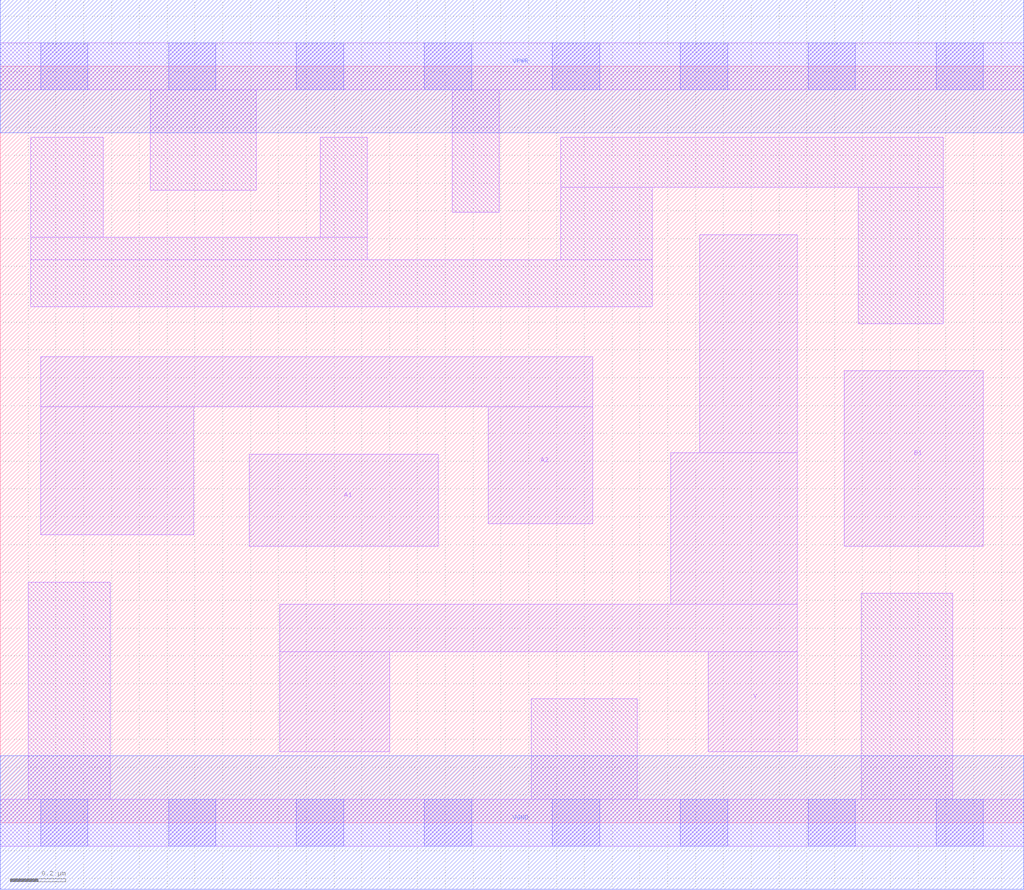
<source format=lef>
# Copyright 2020 The SkyWater PDK Authors
#
# Licensed under the Apache License, Version 2.0 (the "License");
# you may not use this file except in compliance with the License.
# You may obtain a copy of the License at
#
#     https://www.apache.org/licenses/LICENSE-2.0
#
# Unless required by applicable law or agreed to in writing, software
# distributed under the License is distributed on an "AS IS" BASIS,
# WITHOUT WARRANTIES OR CONDITIONS OF ANY KIND, either express or implied.
# See the License for the specific language governing permissions and
# limitations under the License.
#
# SPDX-License-Identifier: Apache-2.0

VERSION 5.7 ;
  NAMESCASESENSITIVE ON ;
  NOWIREEXTENSIONATPIN ON ;
  DIVIDERCHAR "/" ;
  BUSBITCHARS "[]" ;
UNITS
  DATABASE MICRONS 200 ;
END UNITS
PROPERTYDEFINITIONS
  MACRO maskLayoutSubType STRING ;
  MACRO prCellType STRING ;
  MACRO originalViewName STRING ;
END PROPERTYDEFINITIONS
MACRO sky130_fd_sc_hdll__a21oi_2
  CLASS CORE ;
  FOREIGN sky130_fd_sc_hdll__a21oi_2 ;
  ORIGIN  0.000000  0.000000 ;
  SIZE  3.680000 BY  2.720000 ;
  SYMMETRY X Y R90 ;
  SITE unithd ;
  PIN A1
    ANTENNAGATEAREA  0.555000 ;
    DIRECTION INPUT ;
    USE SIGNAL ;
    PORT
      LAYER li1 ;
        RECT 0.895000 0.995000 1.575000 1.325000 ;
    END
  END A1
  PIN A2
    ANTENNAGATEAREA  0.555000 ;
    DIRECTION INPUT ;
    USE SIGNAL ;
    PORT
      LAYER li1 ;
        RECT 0.145000 1.035000 0.695000 1.495000 ;
        RECT 0.145000 1.495000 2.130000 1.675000 ;
        RECT 1.755000 1.075000 2.130000 1.495000 ;
    END
  END A2
  PIN B1
    ANTENNAGATEAREA  0.555000 ;
    DIRECTION INPUT ;
    USE SIGNAL ;
    PORT
      LAYER li1 ;
        RECT 3.035000 0.995000 3.535000 1.625000 ;
    END
  END B1
  PIN Y
    ANTENNADIFFAREA  0.745000 ;
    DIRECTION OUTPUT ;
    USE SIGNAL ;
    PORT
      LAYER li1 ;
        RECT 1.005000 0.255000 1.400000 0.615000 ;
        RECT 1.005000 0.615000 2.865000 0.785000 ;
        RECT 2.410000 0.785000 2.865000 1.330000 ;
        RECT 2.515000 1.330000 2.865000 2.115000 ;
        RECT 2.545000 0.255000 2.865000 0.615000 ;
    END
  END Y
  PIN VGND
    DIRECTION INOUT ;
    USE GROUND ;
    PORT
      LAYER met1 ;
        RECT 0.000000 -0.240000 3.680000 0.240000 ;
    END
  END VGND
  PIN VPWR
    DIRECTION INOUT ;
    USE POWER ;
    PORT
      LAYER met1 ;
        RECT 0.000000 2.480000 3.680000 2.960000 ;
    END
  END VPWR
  OBS
    LAYER li1 ;
      RECT 0.000000 -0.085000 3.680000 0.085000 ;
      RECT 0.000000  2.635000 3.680000 2.805000 ;
      RECT 0.100000  0.085000 0.395000 0.865000 ;
      RECT 0.110000  1.855000 2.345000 2.025000 ;
      RECT 0.110000  2.025000 1.320000 2.105000 ;
      RECT 0.110000  2.105000 0.370000 2.465000 ;
      RECT 0.540000  2.275000 0.920000 2.635000 ;
      RECT 1.150000  2.105000 1.320000 2.465000 ;
      RECT 1.625000  2.195000 1.795000 2.635000 ;
      RECT 1.910000  0.085000 2.290000 0.445000 ;
      RECT 2.015000  2.025000 2.345000 2.285000 ;
      RECT 2.015000  2.285000 3.390000 2.465000 ;
      RECT 3.085000  1.795000 3.390000 2.285000 ;
      RECT 3.095000  0.085000 3.425000 0.825000 ;
    LAYER mcon ;
      RECT 0.145000 -0.085000 0.315000 0.085000 ;
      RECT 0.145000  2.635000 0.315000 2.805000 ;
      RECT 0.605000 -0.085000 0.775000 0.085000 ;
      RECT 0.605000  2.635000 0.775000 2.805000 ;
      RECT 1.065000 -0.085000 1.235000 0.085000 ;
      RECT 1.065000  2.635000 1.235000 2.805000 ;
      RECT 1.525000 -0.085000 1.695000 0.085000 ;
      RECT 1.525000  2.635000 1.695000 2.805000 ;
      RECT 1.985000 -0.085000 2.155000 0.085000 ;
      RECT 1.985000  2.635000 2.155000 2.805000 ;
      RECT 2.445000 -0.085000 2.615000 0.085000 ;
      RECT 2.445000  2.635000 2.615000 2.805000 ;
      RECT 2.905000 -0.085000 3.075000 0.085000 ;
      RECT 2.905000  2.635000 3.075000 2.805000 ;
      RECT 3.365000 -0.085000 3.535000 0.085000 ;
      RECT 3.365000  2.635000 3.535000 2.805000 ;
  END
  PROPERTY maskLayoutSubType "abstract" ;
  PROPERTY prCellType "standard" ;
  PROPERTY originalViewName "layout" ;
END sky130_fd_sc_hdll__a21oi_2
END LIBRARY

</source>
